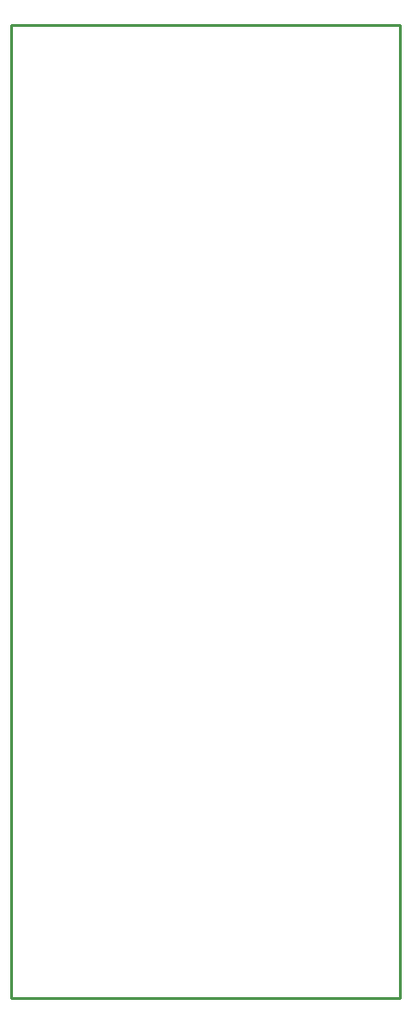
<source format=gbr>
G04 EAGLE Gerber RS-274X export*
G75*
%MOMM*%
%FSLAX34Y34*%
%LPD*%
%IN*%
%IPPOS*%
%AMOC8*
5,1,8,0,0,1.08239X$1,22.5*%
G01*
%ADD10C,0.254000*%


D10*
X0Y0D02*
X355400Y0D01*
X355400Y889000D01*
X0Y889000D01*
X0Y0D01*
M02*

</source>
